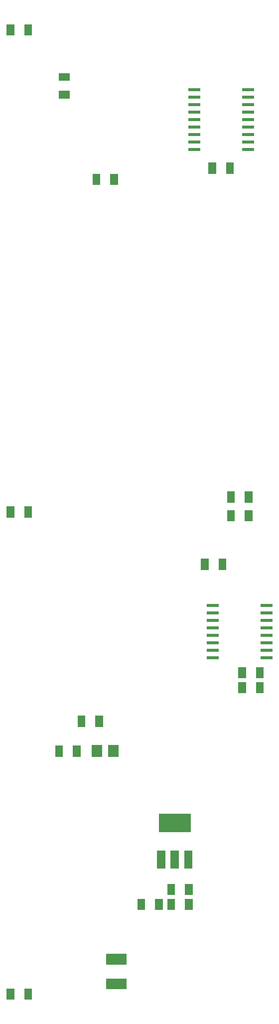
<source format=gbr>
G04 start of page 9 for group -4015 idx -4015
G04 Title: (unknown), toppaste *
G04 Creator: pcb-bin 20060822 *
G04 CreationDate: Mon Jun 16 01:23:04 2008 UTC *
G04 For: pete *
G04 Format: Gerber/RS-274X *
G04 PCB-Dimensions: 645000 1075000 *
G04 PCB-Coordinate-Origin: lower left *
%MOIN*%
%FSLAX24Y24*%
%LNFRONTPASTE*%
%ADD11R,0.0512X0.0512*%
%ADD12R,0.0200X0.0200*%
%ADD13R,0.0690X0.0690*%
%ADD14R,0.0709X0.0709*%
%ADD15R,0.0560X0.0560*%
%ADD16R,0.1220X0.1220*%
G54D11*X53659Y42118D02*Y41881D01*
X54840Y42118D02*Y41881D01*
X53659Y40868D02*Y40631D01*
X54840Y40868D02*Y40631D01*
X51909Y37618D02*Y37381D01*
X53090Y37618D02*Y37381D01*
X42381Y70090D02*X42618D01*
X42381Y68909D02*X42618D01*
G54D12*X52150Y34750D02*X52750D01*
X52150Y34250D02*X52750D01*
X52150Y33750D02*X52750D01*
X52150Y33250D02*X52750D01*
X52150Y32750D02*X52750D01*
X52150Y32250D02*X52750D01*
X52150Y31750D02*X52750D01*
X52150Y31250D02*X52750D01*
X55750D02*X56350D01*
X55750Y31750D02*X56350D01*
X55750Y32250D02*X56350D01*
X55750Y32750D02*X56350D01*
X55750Y33250D02*X56350D01*
X55750Y33750D02*X56350D01*
X55750Y34250D02*X56350D01*
X55750Y34750D02*X56350D01*
G54D11*X52409Y64118D02*Y63881D01*
X53590Y64118D02*Y63881D01*
X48840Y14868D02*Y14631D01*
X47659Y14868D02*Y14631D01*
G54D13*X44700Y25060D02*Y24940D01*
X45800Y25060D02*Y24940D01*
G54D14*X45665Y9423D02*X46334D01*
X45665Y11076D02*X46334D01*
G54D11*X55590Y30368D02*Y30131D01*
X54409Y30368D02*Y30131D01*
X43659Y27118D02*Y26881D01*
X44840Y27118D02*Y26881D01*
X55590Y29368D02*Y29131D01*
X54409Y29368D02*Y29131D01*
X49659Y14868D02*Y14631D01*
X50840Y14868D02*Y14631D01*
X49659Y15868D02*Y15631D01*
X50840Y15868D02*Y15631D01*
X38909Y73368D02*Y73131D01*
X40090Y73368D02*Y73131D01*
X44659Y63368D02*Y63131D01*
X45840Y63368D02*Y63131D01*
X43340Y25118D02*Y24881D01*
X42159Y25118D02*Y24881D01*
G54D15*X49000Y18080D02*Y17420D01*
X49900Y18080D02*Y17420D01*
X50810Y18080D02*Y17420D01*
G54D16*X49450Y20190D02*X50350D01*
G54D12*X50900Y69250D02*X51500D01*
X50900Y68750D02*X51500D01*
X50900Y68250D02*X51500D01*
X50900Y67750D02*X51500D01*
X50900Y67250D02*X51500D01*
X50900Y66750D02*X51500D01*
X50900Y66250D02*X51500D01*
X50900Y65750D02*X51500D01*
X50900Y65250D02*X51500D01*
X54500D02*X55100D01*
X54500Y65750D02*X55100D01*
X54500Y66250D02*X55100D01*
X54500Y66750D02*X55100D01*
X54500Y67250D02*X55100D01*
X54500Y67750D02*X55100D01*
X54500Y68250D02*X55100D01*
X54500Y68750D02*X55100D01*
X54500Y69250D02*X55100D01*
G54D11*X38909Y41118D02*Y40881D01*
X40090Y41118D02*Y40881D01*
X38909Y8868D02*Y8631D01*
X40090Y8868D02*Y8631D01*
M02*

</source>
